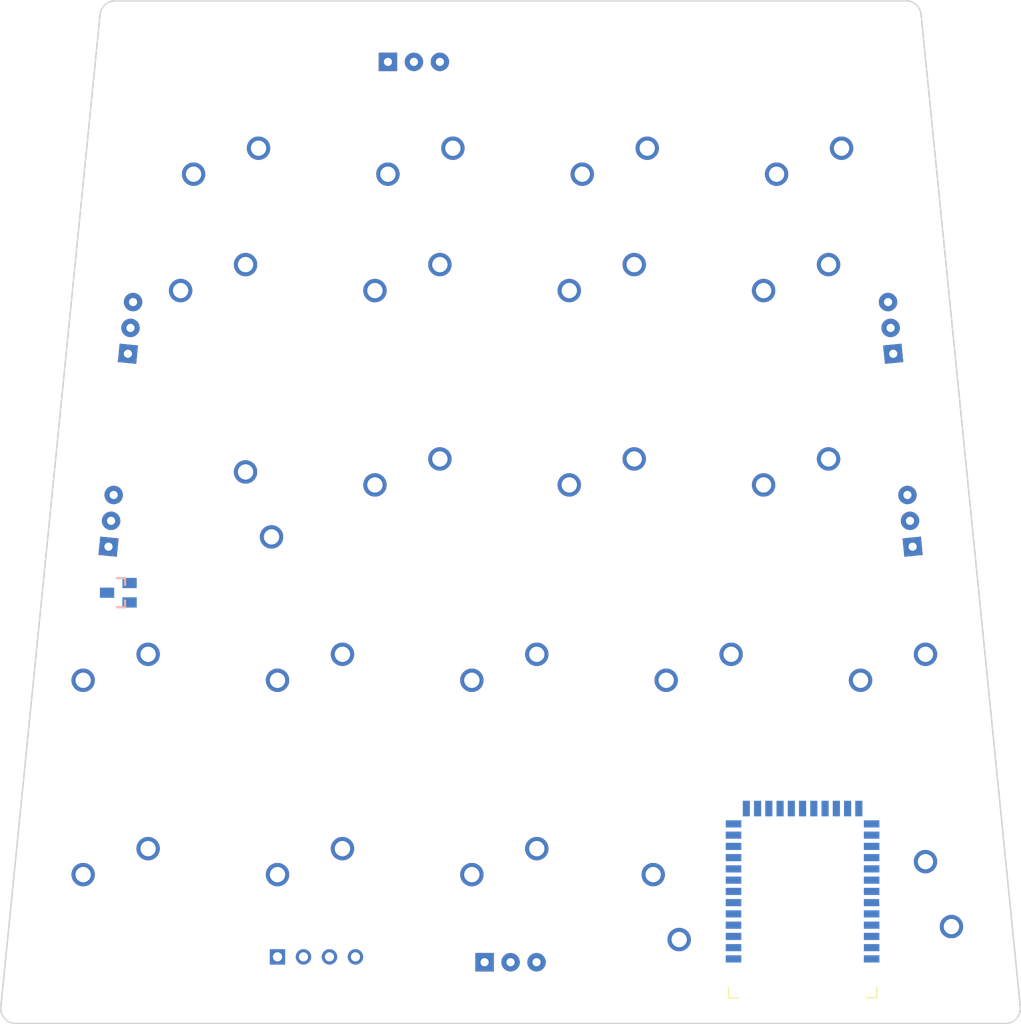
<source format=kicad_pcb>
(kicad_pcb (version 20211014) (generator pcbnew)
  (title_block (title "angle-board") (rev "v1.0.0") (company "Unknown"))
  (layers (0 "F.Cu" signal) (31 "B.Cu" signal) (34 "B.Paste" user) (35 "F.Paste" user) (36 "B.SilkS" user "B.Silkscreen") (37 "F.SilkS" user "F.Silkscreen") (38 "B.Mask" user) (39 "F.Mask" user) (44 "Edge.Cuts" user))
  (net 0 "")
  (net 1 "GND")
  (net 2 "m_c1_r3")
  (net 3 "m_c1_r4")
  (net 4 "m_c1_r5")
  (net 5 "m_c2_r3")
  (net 6 "m_c2_r4")
  (net 7 "m_c2_r5")
  (net 8 "m_c3_r3")
  (net 9 "m_c3_r4")
  (net 10 "m_c3_r5")
  (net 11 "m_c4_r3")
  (net 12 "m_c4_r4")
  (net 13 "m_c4_r5")
  (net 14 "n_c1_r1")
  (net 15 "n_c1_r2")
  (net 16 "n_c2_r1")
  (net 17 "n_c2_r2")
  (net 18 "n_c3_r1")
  (net 19 "n_c3_r2")
  (net 20 "n_c4_r1")
  (net 21 "n_c4_r2")
  (net 22 "n_c5_r1")
  (net 23 "n_c5_r2")
  (net 24 "DMIN")
  (net 25 "DPLUS")
  (net 26 "P009")
  (net 27 "P010")
  (net 28 "P103")
  (net 29 "P104")
  (net 30 "P106")
  (net 31 "XTRA")
  (net 32 "SWDCLK")
  (net 33 "SWDIO")
  (net 34 "VBUS")
  (net 35 "VCC")
  (net 36 "GND_P")
  (footprint "MX" (layer "F.Cu") (at 31.025 -31.025)
    (fp_text reference "S16" hide)
    (fp_text value "" hide)
    (pad "" np_thru_hole circle locked (at 0 0) (size 3.9878 3.9878) (drill 3.9878) (layers *.Cu *.Mask))
    (pad "" np_thru_hole circle locked (at 5.08 0) (size 1.7018 1.7018) (drill 1.7018) (layers *.Cu *.Mask))
    (pad "" np_thru_hole circle locked (at -5.08 0) (size 1.7018 1.7018) (drill 1.7018) (layers *.Cu *.Mask))
    (pad "1" thru_hole circle locked (at 2.54 -5.08) (size 2.286 2.286) (drill 1.4986) (layers *.Cu *.Mask) (net 1 "GND"))
    (pad "2" thru_hole circle locked (at -3.81 -2.54) (size 2.286 2.286) (drill 1.4986) (layers *.Cu *.Mask) (net 17 "n_c2_r2"))
  )
  (footprint "MX" (layer "F.Cu") (at 88.025 -12.025 -90)
    (fp_text reference "S21" hide)
    (fp_text value "" hide)
    (pad "" np_thru_hole circle locked (at 5.08 0) (size 1.7018 1.7018) (drill 1.7018) (layers *.Cu *.Mask))
    (pad "" np_thru_hole circle locked (at -5.08 0) (size 1.7018 1.7018) (drill 1.7018) (layers *.Cu *.Mask))
    (pad "" np_thru_hole circle locked (at 0 0) (size 3.9878 3.9878) (drill 3.9878) (layers *.Cu *.Mask))
    (pad "1" thru_hole circle locked (at 2.54 -5.08) (size 2.286 2.286) (drill 1.4986) (layers *.Cu *.Mask) (net 1 "GND"))
    (pad "2" thru_hole circle locked (at -3.81 -2.54) (size 2.286 2.286) (drill 1.4986) (layers *.Cu *.Mask) (net 22 "n_c5_r1"))
  )
  (footprint "four_pin_header" (layer "F.Cu") (at 31.025 -6.525 90)
    (fp_text reference "" (at 0 0 90) (layer "F.SilkS") (effects (font (size 1.27 1.27))))
    (fp_text value "" (at 0 0 90) (layer "F.SilkS") (effects (font (size 1.27 1.27))))
    (pad "1" thru_hole rect locked (at 0 -3.81 180) (size 1.5 1.5) (drill 0.9) (layers *.Cu *.Paste *.Mask) (net 35 "VCC"))
    (pad "2" thru_hole circle locked (at 0 -1.27 180) (size 1.5 1.5) (drill 0.9) (layers *.Cu *.Paste *.Mask) (net 36 "GND_P"))
    (pad "3" thru_hole circle locked (at 0 1.27 180) (size 1.5 1.5) (drill 0.9) (layers *.Cu *.Paste *.Mask) (net 33 "SWDIO"))
    (pad "4" thru_hole circle locked (at 0 3.81 180) (size 1.5 1.5) (drill 0.9) (layers *.Cu *.Paste *.Mask) (net 32 "SWDCLK"))
  )
  (footprint "MountingHole:MountingHole_2.2mm_M2" (layer "F.Cu") (at 2.8 -2.5)
    (fp_text reference "" (at 0 0) (layer "F.SilkS") (effects (font (size 1.27 1.27))))
    (fp_text value "" (at 0 0) (layer "F.SilkS") (effects (font (size 1.27 1.27))))
    (pad "" np_thru_hole circle locked (at 0 0) (size 2.2 2.2) (drill 2.2) (layers *.Cu *.Mask))
  )
  (footprint "MX" (layer "F.Cu") (at 40.55 -50.125)
    (fp_text reference "S4" hide)
    (fp_text value "" hide)
    (pad "" np_thru_hole circle locked (at 5.08 0) (size 1.7018 1.7018) (drill 1.7018) (layers *.Cu *.Mask))
    (pad "" np_thru_hole circle locked (at -5.08 0) (size 1.7018 1.7018) (drill 1.7018) (layers *.Cu *.Mask))
    (pad "" np_thru_hole circle locked (at 0 0) (size 3.9878 3.9878) (drill 3.9878) (layers *.Cu *.Mask))
    (pad "1" thru_hole circle locked (at 2.54 -5.08) (size 2.286 2.286) (drill 1.4986) (layers *.Cu *.Mask) (net 1 "GND"))
    (pad "2" thru_hole circle locked (at -3.81 -2.54) (size 2.286 2.286) (drill 1.4986) (layers *.Cu *.Mask) (net 5 "m_c2_r3"))
  )
  (footprint "MX" (layer "F.Cu") (at 69.025 -12.025 90)
    (fp_text reference "S19" hide)
    (fp_text value "" hide)
    (pad "" np_thru_hole circle locked (at -5.08 0) (size 1.7018 1.7018) (drill 1.7018) (layers *.Cu *.Mask))
    (pad "" np_thru_hole circle locked (at 5.08 0) (size 1.7018 1.7018) (drill 1.7018) (layers *.Cu *.Mask))
    (pad "" np_thru_hole circle locked (at 0 0) (size 3.9878 3.9878) (drill 3.9878) (layers *.Cu *.Mask))
    (pad "1" thru_hole circle locked (at 2.54 -5.08) (size 2.286 2.286) (drill 1.4986) (layers *.Cu *.Mask) (net 1 "GND"))
    (pad "2" thru_hole circle locked (at -3.81 -2.54) (size 2.286 2.286) (drill 1.4986) (layers *.Cu *.Mask) (net 20 "n_c4_r1"))
  )
  (footprint "MX" (layer "F.Cu") (at 78.55 -69.125)
    (fp_text reference "S11" hide)
    (fp_text value "" hide)
    (pad "" np_thru_hole circle locked (at -5.08 0) (size 1.7018 1.7018) (drill 1.7018) (layers *.Cu *.Mask))
    (pad "" np_thru_hole circle locked (at 5.08 0) (size 1.7018 1.7018) (drill 1.7018) (layers *.Cu *.Mask))
    (pad "" np_thru_hole circle locked (at 0 0) (size 3.9878 3.9878) (drill 3.9878) (layers *.Cu *.Mask))
    (pad "1" thru_hole circle locked (at 2.54 -5.08) (size 2.286 2.286) (drill 1.4986) (layers *.Cu *.Mask) (net 1 "GND"))
    (pad "2" thru_hole circle locked (at -3.81 -2.54) (size 2.286 2.286) (drill 1.4986) (layers *.Cu *.Mask) (net 12 "m_c4_r4"))
  )
  (footprint "MountingHole:MountingHole_2.2mm_M2" (layer "F.Cu") (at 12.2 -97.5)
    (fp_text reference "" (at 0 0) (layer "F.SilkS") (effects (font (size 1.27 1.27))))
    (fp_text value "" (at 0 0) (layer "F.SilkS") (effects (font (size 1.27 1.27))))
    (pad "" np_thru_hole circle locked (at 0 0) (size 2.2 2.2) (drill 2.2) (layers *.Cu *.Mask))
  )
  (footprint "MountingHole:MountingHole_2.2mm_M2" (layer "F.Cu") (at 87.8 -97.5)
    (fp_text reference "" (at 0 0) (layer "F.SilkS") (effects (font (size 1.27 1.27))))
    (fp_text value "" (at 0 0) (layer "F.SilkS") (effects (font (size 1.27 1.27))))
    (pad "" np_thru_hole circle locked (at 0 0) (size 2.2 2.2) (drill 2.2) (layers *.Cu *.Mask))
  )
  (footprint "MX" (layer "F.Cu") (at 59.55 -50.125)
    (fp_text reference "S7" hide)
    (fp_text value "" hide)
    (pad "" np_thru_hole circle locked (at 5.08 0) (size 1.7018 1.7018) (drill 1.7018) (layers *.Cu *.Mask))
    (pad "" np_thru_hole circle locked (at -5.08 0) (size 1.7018 1.7018) (drill 1.7018) (layers *.Cu *.Mask))
    (pad "" np_thru_hole circle locked (at 0 0) (size 3.9878 3.9878) (drill 3.9878) (layers *.Cu *.Mask))
    (pad "1" thru_hole circle locked (at 2.54 -5.08) (size 2.286 2.286) (drill 1.4986) (layers *.Cu *.Mask) (net 1 "GND"))
    (pad "2" thru_hole circle locked (at -3.81 -2.54) (size 2.286 2.286) (drill 1.4986) (layers *.Cu *.Mask) (net 8 "m_c3_r3"))
  )
  (footprint "MX" (layer "F.Cu") (at 78.55 -50.125)
    (fp_text reference "S10" hide)
    (fp_text value "" hide)
    (pad "" np_thru_hole circle locked (at 5.08 0) (size 1.7018 1.7018) (drill 1.7018) (layers *.Cu *.Mask))
    (pad "" np_thru_hole circle locked (at -5.08 0) (size 1.7018 1.7018) (drill 1.7018) (layers *.Cu *.Mask))
    (pad "" np_thru_hole circle locked (at 0 0) (size 3.9878 3.9878) (drill 3.9878) (layers *.Cu *.Mask))
    (pad "1" thru_hole circle locked (at 2.54 -5.08) (size 2.286 2.286) (drill 1.4986) (layers *.Cu *.Mask) (net 1 "GND"))
    (pad "2" thru_hole circle locked (at -3.81 -2.54) (size 2.286 2.286) (drill 1.4986) (layers *.Cu *.Mask) (net 11 "m_c4_r3"))
  )
  (footprint "MX" (layer "F.Cu") (at 69.025 -31.025)
    (fp_text reference "S20" hide)
    (fp_text value "" hide)
    (pad "" np_thru_hole circle locked (at 5.08 0) (size 1.7018 1.7018) (drill 1.7018) (layers *.Cu *.Mask))
    (pad "" np_thru_hole circle locked (at 0 0) (size 3.9878 3.9878) (drill 3.9878) (layers *.Cu *.Mask))
    (pad "" np_thru_hole circle locked (at -5.08 0) (size 1.7018 1.7018) (drill 1.7018) (layers *.Cu *.Mask))
    (pad "1" thru_hole circle locked (at 2.54 -5.08) (size 2.286 2.286) (drill 1.4986) (layers *.Cu *.Mask) (net 1 "GND"))
    (pad "2" thru_hole circle locked (at -3.81 -2.54) (size 2.286 2.286) (drill 1.4986) (layers *.Cu *.Mask) (net 21 "n_c4_r2"))
  )
  (footprint "MX" (layer "F.Cu") (at 78.55 -88.125 180)
    (fp_text reference "S12" hide)
    (fp_text value "" hide)
    (pad "" np_thru_hole circle locked (at 5.08 0) (size 1.7018 1.7018) (drill 1.7018) (layers *.Cu *.Mask))
    (pad "" np_thru_hole circle locked (at 0 0) (size 3.9878 3.9878) (drill 3.9878) (layers *.Cu *.Mask))
    (pad "" np_thru_hole circle locked (at -5.08 0) (size 1.7018 1.7018) (drill 1.7018) (layers *.Cu *.Mask))
    (pad "1" thru_hole circle locked (at 2.54 -5.08) (size 2.286 2.286) (drill 1.4986) (layers *.Cu *.Mask) (net 1 "GND"))
    (pad "2" thru_hole circle locked (at -3.81 -2.54) (size 2.286 2.286) (drill 1.4986) (layers *.Cu *.Mask) (net 13 "m_c4_r5"))
  )
  (footprint "MX" (layer "F.Cu") (at 21.55 -88.125 180)
    (fp_text reference "S3" hide)
    (fp_text value "" hide)
    (pad "" np_thru_hole circle locked (at 5.08 0) (size 1.7018 1.7018) (drill 1.7018) (layers *.Cu *.Mask))
    (pad "" np_thru_hole circle locked (at 0 0) (size 3.9878 3.9878) (drill 3.9878) (layers *.Cu *.Mask))
    (pad "" np_thru_hole circle locked (at -5.08 0) (size 1.7018 1.7018) (drill 1.7018) (layers *.Cu *.Mask))
    (pad "1" thru_hole circle locked (at 2.54 -5.08) (size 2.286 2.286) (drill 1.4986) (layers *.Cu *.Mask) (net 1 "GND"))
    (pad "2" thru_hole circle locked (at -3.81 -2.54) (size 2.286 2.286) (drill 1.4986) (layers *.Cu *.Mask) (net 4 "m_c1_r5"))
  )
  (footprint "MX" (layer "F.Cu") (at 12.025 -31.025)
    (fp_text reference "S14" hide)
    (fp_text value "" hide)
    (pad "" np_thru_hole circle locked (at 5.08 0) (size 1.7018 1.7018) (drill 1.7018) (layers *.Cu *.Mask))
    (pad "" np_thru_hole circle locked (at -5.08 0) (size 1.7018 1.7018) (drill 1.7018) (layers *.Cu *.Mask))
    (pad "" np_thru_hole circle locked (at 0 0) (size 3.9878 3.9878) (drill 3.9878) (layers *.Cu *.Mask))
    (pad "1" thru_hole circle locked (at 2.54 -5.08) (size 2.286 2.286) (drill 1.4986) (layers *.Cu *.Mask) (net 1 "GND"))
    (pad "2" thru_hole circle locked (at -3.81 -2.54) (size 2.286 2.286) (drill 1.4986) (layers *.Cu *.Mask) (net 15 "n_c1_r2"))
  )
  (footprint "MX" (layer "F.Cu") (at 50.025 -12.025)
    (fp_text reference "S17" hide)
    (fp_text value "" hide)
    (pad "" np_thru_hole circle locked (at -5.08 0) (size 1.7018 1.7018) (drill 1.7018) (layers *.Cu *.Mask))
    (pad "" np_thru_hole circle locked (at 0 0) (size 3.9878 3.9878) (drill 3.9878) (layers *.Cu *.Mask))
    (pad "" np_thru_hole circle locked (at 5.08 0) (size 1.7018 1.7018) (drill 1.7018) (layers *.Cu *.Mask))
    (pad "1" thru_hole circle locked (at 2.54 -5.08) (size 2.286 2.286) (drill 1.4986) (layers *.Cu *.Mask) (net 1 "GND"))
    (pad "2" thru_hole circle locked (at -3.81 -2.54) (size 2.286 2.286) (drill 1.4986) (layers *.Cu *.Mask) (net 18 "n_c3_r1"))
  )
  (footprint "MX" (layer "F.Cu") (at 31.025 -12.025)
    (fp_text reference "S15" hide)
    (fp_text value "" hide)
    (pad "" np_thru_hole circle locked (at -5.08 0) (size 1.7018 1.7018) (drill 1.7018) (layers *.Cu *.Mask))
    (pad "" np_thru_hole circle locked (at 5.08 0) (size 1.7018 1.7018) (drill 1.7018) (layers *.Cu *.Mask))
    (pad "" np_thru_hole circle locked (at 0 0) (size 3.9878 3.9878) (drill 3.9878) (layers *.Cu *.Mask))
    (pad "1" thru_hole circle locked (at 2.54 -5.08) (size 2.286 2.286) (drill 1.4986) (layers *.Cu *.Mask) (net 1 "GND"))
    (pad "2" thru_hole circle locked (at -3.81 -2.54) (size 2.286 2.286) (drill 1.4986) (layers *.Cu *.Mask) (net 16 "n_c2_r1"))
  )
  (footprint "MX" (layer "F.Cu") (at 50.025 -31.025)
    (fp_text reference "S18" hide)
    (fp_text value "" hide)
    (pad "" np_thru_hole circle locked (at 0 0) (size 3.9878 3.9878) (drill 3.9878) (layers *.Cu *.Mask))
    (pad "" np_thru_hole circle locked (at 5.08 0) (size 1.7018 1.7018) (drill 1.7018) (layers *.Cu *.Mask))
    (pad "" np_thru_hole circle locked (at -5.08 0) (size 1.7018 1.7018) (drill 1.7018) (layers *.Cu *.Mask))
    (pad "1" thru_hole circle locked (at 2.54 -5.08) (size 2.286 2.286) (drill 1.4986) (layers *.Cu *.Mask) (net 1 "GND"))
    (pad "2" thru_hole circle locked (at -3.81 -2.54) (size 2.286 2.286) (drill 1.4986) (layers *.Cu *.Mask) (net 19 "n_c3_r2"))
  )
  (footprint "MX" (layer "F.Cu") (at 12.025 -12.025)
    (fp_text reference "S13" hide)
    (fp_text value "" hide)
    (pad "" np_thru_hole circle locked (at 5.08 0) (size 1.7018 1.7018) (drill 1.7018) (layers *.Cu *.Mask))
    (pad "" np_thru_hole circle locked (at -5.08 0) (size 1.7018 1.7018) (drill 1.7018) (layers *.Cu *.Mask))
    (pad "" np_thru_hole circle locked (at 0 0) (size 3.9878 3.9878) (drill 3.9878) (layers *.Cu *.Mask))
    (pad "1" thru_hole circle locked (at 2.54 -5.08) (size 2.286 2.286) (drill 1.4986) (layers *.Cu *.Mask) (net 1 "GND"))
    (pad "2" thru_hole circle locked (at -3.81 -2.54) (size 2.286 2.286) (drill 1.4986) (layers *.Cu *.Mask) (net 14 "n_c1_r1"))
  )
  (footprint "MX" (layer "F.Cu") (at 40.55 -88.125 180)
    (fp_text reference "S6" hide)
    (fp_text value "" hide)
    (pad "" np_thru_hole circle locked (at 5.08 0) (size 1.7018 1.7018) (drill 1.7018) (layers *.Cu *.Mask))
    (pad "" np_thru_hole circle locked (at -5.08 0) (size 1.7018 1.7018) (drill 1.7018) (layers *.Cu *.Mask))
    (pad "" np_thru_hole circle locked (at 0 0) (size 3.9878 3.9878) (drill 3.9878) (layers *.Cu *.Mask))
    (pad "1" thru_hole circle locked (at 2.54 -5.08) (size 2.286 2.286) (drill 1.4986) (layers *.Cu *.Mask) (net 1 "GND"))
    (pad "2" thru_hole circle locked (at -3.81 -2.54) (size 2.286 2.286) (drill 1.4986) (layers *.Cu *.Mask) (net 7 "m_c2_r5"))
  )
  (footprint "MX" (layer "F.Cu") (at 21.55 -69.125)
    (fp_text reference "S2" hide)
    (fp_text value "" hide)
    (pad "" np_thru_hole circle locked (at 5.08 0) (size 1.7018 1.7018) (drill 1.7018) (layers *.Cu *.Mask))
    (pad "" np_thru_hole circle locked (at -5.08 0) (size 1.7018 1.7018) (drill 1.7018) (layers *.Cu *.Mask))
    (pad "" np_thru_hole circle locked (at 0 0) (size 3.9878 3.9878) (drill 3.9878) (layers *.Cu *.Mask))
    (pad "1" thru_hole circle locked (at 2.54 -5.08) (size 2.286 2.286) (drill 1.4986) (layers *.Cu *.Mask) (net 1 "GND"))
    (pad "2" thru_hole circle locked (at -3.81 -2.54) (size 2.286 2.286) (drill 1.4986) (layers *.Cu *.Mask) (net 3 "m_c1_r4"))
  )
  (footprint "MX" (layer "F.Cu") (at 21.55 -50.125 -90)
    (fp_text reference "S1" hide)
    (fp_text value "" hide)
    (pad "" np_thru_hole circle locked (at 5.08 0) (size 1.7018 1.7018) (drill 1.7018) (layers *.Cu *.Mask))
    (pad "" np_thru_hole circle locked (at -5.08 0) (size 1.7018 1.7018) (drill 1.7018) (layers *.Cu *.Mask))
    (pad "" np_thru_hole circle locked (at 0 0) (size 3.9878 3.9878) (drill 3.9878) (layers *.Cu *.Mask))
    (pad "1" thru_hole circle locked (at 2.54 -5.08) (size 2.286 2.286) (drill 1.4986) (layers *.Cu *.Mask) (net 1 "GND"))
    (pad "2" thru_hole circle locked (at -3.81 -2.54) (size 2.286 2.286) (drill 1.4986) (layers *.Cu *.Mask) (net 2 "m_c1_r3"))
  )
  (footprint "MX" (layer "F.Cu") (at 88.025 -31.025)
    (fp_text reference "S22" hide)
    (fp_text value "" hide)
    (pad "" np_thru_hole circle locked (at -5.08 0) (size 1.7018 1.7018) (drill 1.7018) (layers *.Cu *.Mask))
    (pad "" np_thru_hole circle locked (at 0 0) (size 3.9878 3.9878) (drill 3.9878) (layers *.Cu *.Mask))
    (pad "" np_thru_hole circle locked (at 5.08 0) (size 1.7018 1.7018) (drill 1.7018) (layers *.Cu *.Mask))
    (pad "1" thru_hole circle locked (at 2.54 -5.08) (size 2.286 2.286) (drill 1.4986) (layers *.Cu *.Mask) (net 1 "GND"))
    (pad "2" thru_hole circle locked (at -3.81 -2.54) (size 2.286 2.286) (drill 1.4986) (layers *.Cu *.Mask) (net 23 "n_c5_r2"))
  )
  (footprint "MountingHole:MountingHole_2.2mm_M2" (layer "F.Cu") (at 97.2 -2.5)
    (fp_text reference "" (at 0 0) (layer "F.SilkS") (effects (font (size 1.27 1.27))))
    (fp_text value "" (at 0 0) (layer "F.SilkS") (effects (font (size 1.27 1.27))))
    (pad "" np_thru_hole circle locked (at 0 0) (size 2.2 2.2) (drill 2.2) (layers *.Cu *.Mask))
  )
  (footprint "MX" (layer "F.Cu") (at 40.55 -69.125)
    (fp_text reference "S5" hide)
    (fp_text value "" hide)
    (pad "" np_thru_hole circle locked (at 0 0) (size 3.9878 3.9878) (drill 3.9878) (layers *.Cu *.Mask))
    (pad "" np_thru_hole circle locked (at -5.08 0) (size 1.7018 1.7018) (drill 1.7018) (layers *.Cu *.Mask))
    (pad "" np_thru_hole circle locked (at 5.08 0) (size 1.7018 1.7018) (drill 1.7018) (layers *.Cu *.Mask))
    (pad "1" thru_hole circle locked (at 2.54 -5.08) (size 2.286 2.286) (drill 1.4986) (layers *.Cu *.Mask) (net 1 "GND"))
    (pad "2" thru_hole circle locked (at -3.81 -2.54) (size 2.286 2.286) (drill 1.4986) (layers *.Cu *.Mask) (net 6 "m_c2_r4"))
  )
  (footprint "MX" (layer "F.Cu") (at 59.55 -88.125 180)
    (fp_text reference "S9" hide)
    (fp_text value "" hide)
    (pad "" np_thru_hole circle locked (at -5.08 0) (size 1.7018 1.7018) (drill 1.7018) (layers *.Cu *.Mask))
    (pad "" np_thru_hole circle locked (at 0 0) (size 3.9878 3.9878) (drill 3.9878) (layers *.Cu *.Mask))
    (pad "" np_thru_hole circle locked (at 5.08 0) (size 1.7018 1.7018) (drill 1.7018) (layers *.Cu *.Mask))
    (pad "1" thru_hole circle locked (at 2.54 -5.08) (size 2.286 2.286) (drill 1.4986) (layers *.Cu *.Mask) (net 1 "GND"))
    (pad "2" thru_hole circle locked (at -3.81 -2.54) (size 2.286 2.286) (drill 1.4986) (layers *.Cu *.Mask) (net 10 "m_c3_r5"))
  )
  (footprint "MX" (layer "F.Cu") (at 59.55 -69.125)
    (fp_text reference "S8" hide)
    (fp_text value "" hide)
    (pad "" np_thru_hole circle locked (at 5.08 0) (size 1.7018 1.7018) (drill 1.7018) (layers *.Cu *.Mask))
    (pad "" np_thru_hole circle locked (at -5.08 0) (size 1.7018 1.7018) (drill 1.7018) (layers *.Cu *.Mask))
    (pad "" np_thru_hole circle locked (at 0 0) (size 3.9878 3.9878) (drill 3.9878) (layers *.Cu *.Mask))
    (pad "1" thru_hole circle locked (at 2.54 -5.08) (size 2.286 2.286) (drill 1.4986) (layers *.Cu *.Mask) (net 1 "GND"))
    (pad "2" thru_hole circle locked (at -3.81 -2.54) (size 2.286 2.286) (drill 1.4986) (layers *.Cu *.Mask) (net 9 "m_c3_r4"))
  )
  (footprint "magnetic_connector" (layer "B.Cu") (at 89.054591 -49.154839 -174.29)
    (fp_text reference "" (at 0 0 -174.29) (layer "F.SilkS") (effects (font (size 1.27 1.27))))
    (fp_text value "" (at 0 0 -174.29) (layer "F.SilkS") (effects (font (size 1.27 1.27))))
    (pad "1" thru_hole rect locked (at 0 -2.54 185.71) (size 1.8 1.8) (drill 0.8) (layers *.Cu *.Mask) (net 36 "GND_P"))
    (pad "2" thru_hole oval locked (at 0 0 185.71) (size 1.8 1.8) (drill 0.8) (layers *.Cu *.Mask) (net 35 "VCC"))
    (pad "3" thru_hole oval locked (at 0 2.54 185.71) (size 1.8 1.8) (drill 0.8) (layers *.Cu *.Mask) (net 31 "XTRA"))
  )
  (footprint "magnetic_connector" (layer "B.Cu") (at 12.840955 -68.015285 174.29)
    (fp_text reference "" (at 0 0 174.29) (layer "F.SilkS") (effects (font (size 1.27 1.27))))
    (fp_text value "" (at 0 0 174.29) (layer "F.SilkS") (effects (font (size 1.27 1.27))))
    (pad "1" thru_hole rect locked (at 0 -2.54 174.29) (size 1.8 1.8) (drill 0.8) (layers *.Cu *.Mask) (net 36 "GND_P"))
    (pad "2" thru_hole oval locked (at 0 0 174.29) (size 1.8 1.8) (drill 0.8) (layers *.Cu *.Mask) (net 35 "VCC"))
    (pad "3" thru_hole oval locked (at 0 2.54 174.29) (size 1.8 1.8) (drill 0.8) (layers *.Cu *.Mask) (net 31 "XTRA"))
  )
  (footprint "magnetic_connector" (layer "B.Cu") (at 87.159046 -68.015285 -174.29)
    (fp_text reference "" (at 0 0 -174.29) (layer "F.SilkS") (effects (font (size 1.27 1.27))))
    (fp_text value "" (at 0 0 -174.29) (layer "F.SilkS") (effects (font (size 1.27 1.27))))
    (pad "1" thru_hole rect locked (at 0 -2.54 185.71) (size 1.8 1.8) (drill 0.8) (layers *.Cu *.Mask) (net 36 "GND_P"))
    (pad "2" thru_hole oval locked (at 0 0 185.71) (size 1.8 1.8) (drill 0.8) (layers *.Cu *.Mask) (net 35 "VCC"))
    (pad "3" thru_hole oval locked (at 0 2.54 185.71) (size 1.8 1.8) (drill 0.8) (layers *.Cu *.Mask) (net 31 "XTRA"))
  )
  (footprint "magnetic_connector" (layer "B.Cu") (at 10.945409 -49.154839 174.29)
    (fp_text reference "" (at 0 0 174.29) (layer "F.SilkS") (effects (font (size 1.27 1.27))))
    (fp_text value "" (at 0 0 174.29) (layer "F.SilkS") (effects (font (size 1.27 1.27))))
    (pad "1" thru_hole rect locked (at 0 -2.54 174.29) (size 1.8 1.8) (drill 0.8) (layers *.Cu *.Mask) (net 36 "GND_P"))
    (pad "2" thru_hole oval locked (at 0 0 174.29) (size 1.8 1.8) (drill 0.8) (layers *.Cu *.Mask) (net 35 "VCC"))
    (pad "3" thru_hole oval locked (at 0 2.54 174.29) (size 1.8 1.8) (drill 0.8) (layers *.Cu *.Mask) (net 31 "XTRA"))
  )
  (footprint "SOT23" (layer "B.Cu") (at 11.65 -42.125 -90)
    (fp_text reference "" (at 0 0 -90) (layer "F.SilkS") (effects (font (size 1.27 1.27))))
    (fp_text value "SOT23")
    (fp_line (start -1.4224 -0.6604) (end -0.7636 -0.6604) (layer "B.SilkS") (width 0.2032))
    (fp_line (start -1.4224 0.1524) (end -1.4224 -0.6604) (layer "B.SilkS") (width 0.2032))
    (fp_line (start 1.4224 -0.6604) (end 1.4224 0.1524) (layer "B.SilkS") (width 0.2032))
    (fp_line (start 0.7636 -0.6604) (end 1.4224 -0.6604) (layer "B.SilkS") (width 0.2032))
    (pad "1" smd rect locked (at -0.95 -1.1 270) (size 1 1.4) (layers "B.Cu" "B.Paste" "B.Mask") (net 35 "VCC"))
    (pad "2" smd rect locked (at 0.95 -1.1 270) (size 1 1.4) (layers "B.Cu" "B.Paste" "B.Mask") (net 1 "GND"))
    (pad "3" smd rect locked (at 0 1.1 270) (size 1 1.4) (layers "B.Cu" "B.Paste" "B.Mask") (net 36 "GND_P"))
  )
  (footprint "nRF52840_holyiot_18010" (layer "B.Cu") (at 78.55 -12.025)
    (fp_text reference "" (at 0 0) (layer "F.SilkS") (effects (font (size 1.27 1.27))))
    (fp_text value "nRF52840_holyiot_18010")
    (fp_line (start 6.25 9.5) (end 7.25 9.5) (layer "F.SilkS") (width 0.12))
    (fp_line (start -6.25 9.5) (end -7.25 9.5) (layer "F.SilkS") (width 0.12))
    (fp_line (start -7.25 8.5) (end -7.25 9.5) (layer "F.SilkS") (width 0.12))
    (fp_line (start 7.25 8.5) (end 7.25 9.5) (layer "F.SilkS") (width 0.12))
    (pad "1" smd rect locked (at -6.75 5.7) (size 1.524 0.7) (layers "B.Cu" "B.Paste" "B.Mask") (net 1 "GND"))
    (pad "2" smd rect locked (at -6.75 4.6) (size 1.524 0.7) (layers "B.Cu" "B.Paste" "B.Mask") (net 31 "XTRA"))
    (pad "3" smd rect locked (at -6.75 3.5) (size 1.524 0.7) (layers "B.Cu" "B.Paste" "B.Mask") (net 14 "n_c1_r1"))
    (pad "4" smd rect locked (at -6.75 2.4) (size 1.524 0.7) (layers "B.Cu" "B.Paste" "B.Mask") (net 16 "n_c2_r1"))
    (pad "5" smd rect locked (at -6.75 1.3) (size 1.524 0.7) (layers "B.Cu" "B.Paste" "B.Mask") (net 18 "n_c3_r1"))
    (pad "6" smd rect locked (at -6.75 0.2) (size 1.524 0.7) (layers "B.Cu" "B.Paste" "B.Mask") (net 20 "n_c4_r1"))
    (pad "7" smd rect locked (at -6.75 -0.9) (size 1.524 0.7) (layers "B.Cu" "B.Paste" "B.Mask") (net 15 "n_c1_r2"))
    (pad "8" smd rect locked (at -6.75 -2) (size 1.524 0.7) (layers "B.Cu" "B.Paste" "B.Mask") (net 17 "n_c2_r2"))
    (pad "9" smd rect locked (at -6.75 -3.1) (size 1.524 0.7) (layers "B.Cu" "B.Paste" "B.Mask") (net 2 "m_c1_r3"))
    (pad "10" smd rect locked (at -6.75 -4.2) (size 1.524 0.7) (layers "B.Cu" "B.Paste" "B.Mask") (net 3 "m_c1_r4"))
    (pad "11" smd rect locked (at -6.75 -5.3) (size 1.524 0.7) (layers "B.Cu" "B.Paste" "B.Mask") (net 4 "m_c1_r5"))
    (pad "12" smd rect locked (at -6.75 -6.4) (size 1.524 0.7) (layers "B.Cu" "B.Paste" "B.Mask") (net 5 "m_c2_r3"))
    (pad "13" smd rect locked (at -6.75 -7.5) (size 1.524 0.7) (layers "B.Cu" "B.Paste" "B.Mask") (net 6 "m_c2_r4"))
    (pad "14" smd rect locked (at -5.5 -9 90) (size 1.524 0.7) (layers "B.Cu" "B.Paste" "B.Mask") (net 35 "VCC"))
    (pad "15" smd rect locked (at -4.4 -9 90) (size 1.524 0.7) (layers "B.Cu" "B.Paste" "B.Mask") (net 7 "m_c2_r5"))
    (pad "16" smd rect locked (at -3.3 -9 90) (size 1.524 0.7) (layers "B.Cu" "B.Paste" "B.Mask") (net 19 "n_c3_r2"))
    (pad "17" smd rect locked (at -2.2 -9 90) (size 1.524 0.7) (layers "B.Cu" "B.Paste" "B.Mask") (net 8 "m_c3_r3"))
    (pad "18" smd rect locked (at -1.1 -9 90) (size 1.524 0.7) (layers "B.Cu" "B.Paste" "B.Mask") (net 9 "m_c3_r4"))
    (pad "19" smd rect locked (at 0 -9 90) (size 1.524 0.7) (layers "B.Cu" "B.Paste" "B.Mask") (net 10 "m_c3_r5"))
    (pad "20" smd rect locked (at 1.1 -9 90) (size 1.524 0.7) (layers "B.Cu" "B.Paste" "B.Mask") (net 11 "m_c4_r3"))
    (pad "21" smd rect locked (at 2.2 -9 90) (size 1.524 0.7) (layers "B.Cu" "B.Paste" "B.Mask") (net 21 "n_c4_r2"))
    (pad "22" smd rect locked (at 3.3 -9 90) (size 1.524 0.7) (layers "B.Cu" "B.Paste" "B.Mask") (net 34 "VBUS"))
    (pad "23" smd rect locked (at 4.4 -9 90) (size 1.524 0.7) (layers "B.Cu" "B.Paste" "B.Mask") (net 24 "DMIN"))
    (pad "24" smd rect locked (at 5.5 -9 90) (size 1.524 0.7) (layers "B.Cu" "B.Paste" "B.Mask") (net 25 "DPLUS"))
    (pad "25" smd rect locked (at 6.75 -7.5 180) (size 1.524 0.7) (layers "B.Cu" "B.Paste" "B.Mask") (net 1 "GND"))
    (pad "26" smd rect locked (at 6.75 -6.4 180) (size 1.524 0.7) (layers "B.Cu" "B.Paste" "B.Mask") (net 12 "m_c4_r4"))
    (pad "27" smd rect locked (at 6.75 -5.3 180) (size 1.524 0.7) (layers "B.Cu" "B.Paste" "B.Mask") (net 13 "m_c4_r5"))
    (pad "28" smd rect locked (at 6.75 -4.2 180) (size 1.524 0.7) (layers "B.Cu" "B.Paste" "B.Mask") (net 28 "P103"))
    (pad "29" smd rect locked (at 6.75 -3.1 180) (size 1.524 0.7) (layers "B.Cu" "B.Paste" "B.Mask") (net 23 "n_c5_r2"))
    (pad "30" smd rect locked (at 6.75 -2 180) (size 1.524 0.7) (layers "B.Cu" "B.Paste" "B.Mask") (net 22 "n_c5_r1"))
    (pad "31" smd rect locked (at 6.75 -0.9 180) (size 1.524 0.7) (layers "B.Cu" "B.Paste" "B.Mask") (net 32 "SWDCLK"))
    (pad "32" smd rect locked (at 6.75 0.2 180) (size 1.524 0.7) (layers "B.Cu" "B.Paste" "B.Mask") (net 33 "SWDIO"))
    (pad "33" smd rect locked (at 6.75 1.3 180) (size 1.524 0.7) (layers "B.Cu" "B.Paste" "B.Mask") (net 29 "P104"))
    (pad "34" smd rect locked (at 6.75 2.4 180) (size 1.524 0.7) (layers "B.Cu" "B.Paste" "B.Mask") (net 30 "P106"))
    (pad "35" smd rect locked (at 6.75 3.5 180) (size 1.524 0.7) (layers "B.Cu" "B.Paste" "B.Mask") (net 26 "P009"))
    (pad "36" smd rect locked (at 6.75 4.6 180) (size 1.524 0.7) (layers "B.Cu" "B.Paste" "B.Mask") (net 27 "P010"))
    (pad "37" smd rect locked (at 6.75 5.7 180) (size 1.524 0.7) (layers "B.Cu" "B.Paste" "B.Mask") (net 1 "GND"))
  )
  (footprint "magnetic_connector" (layer "B.Cu") (at 40.55 -94.025 90)
    (fp_text reference "" (at 0 0 90) (layer "F.SilkS") (effects (font (size 1.27 1.27))))
    (fp_text value "" (at 0 0 90) (layer "F.SilkS") (effects (font (size 1.27 1.27))))
    (pad "1" thru_hole rect locked (at 0 -2.54 90) (size 1.8 1.8) (drill 0.8) (layers *.Cu *.Mask) (net 36 "GND_P"))
    (pad "2" thru_hole oval locked (at 0 0 90) (size 1.8 1.8) (drill 0.8) (layers *.Cu *.Mask) (net 35 "VCC"))
    (pad "3" thru_hole oval locked (at 0 2.54 90) (size 1.8 1.8) (drill 0.8) (layers *.Cu *.Mask) (net 31 "XTRA"))
  )
  (footprint "magnetic_connector" (layer "B.Cu") (at 50 -6 90)
    (fp_text reference "" (at 0 0 90) (layer "F.SilkS") (effects (font (size 1.27 1.27))))
    (fp_text value "" (at 0 0 90) (layer "F.SilkS") (effects (font (size 1.27 1.27))))
    (pad "1" thru_hole rect locked (at 0 -2.54 90) (size 1.8 1.8) (drill 0.8) (layers *.Cu *.Mask) (net 36 "GND_P"))
    (pad "2" thru_hole oval locked (at 0 0 90) (size 1.8 1.8) (drill 0.8) (layers *.Cu *.Mask) (net 35 "VCC"))
    (pad "3" thru_hole oval locked (at 0 2.54 90) (size 1.8 1.8) (drill 0.8) (layers *.Cu *.Mask) (net 31 "XTRA"))
  )
  (gr_line (start 99.835074 -1.649256) (end 90.135074 -98.649256) (layer "Edge.Cuts") (width 0.15))
  (gr_arc (start 9.864925 -98.649256) (mid 10.350973 -99.612179) (end 11.357481 -100) (layer "Edge.Cuts") (width 0.15))
  (gr_arc (start 99.835075 -1.649256) (mid 99.454698 -0.493492) (end 98.342519 0) (layer "Edge.Cuts") (width 0.15))
  (gr_arc (start 1.65748 -0.000001) (mid 0.545302 -0.493493) (end 0.164926 -1.649256) (layer "Edge.Cuts") (width 0.15))
  (gr_line (start 9.864926 -98.649256) (end 0.164926 -1.649256) (layer "Edge.Cuts") (width 0.15))
  (gr_line (start 1.657481 0) (end 98.342519 0) (layer "Edge.Cuts") (width 0.15))
  (gr_arc (start 88.642518 -99.999999) (mid 89.649026 -99.612179) (end 90.135074 -98.649256) (layer "Edge.Cuts") (width 0.15))
  (gr_line (start 88.642519 -100) (end 11.357481 -100) (layer "Edge.Cuts") (width 0.15))
)
</source>
